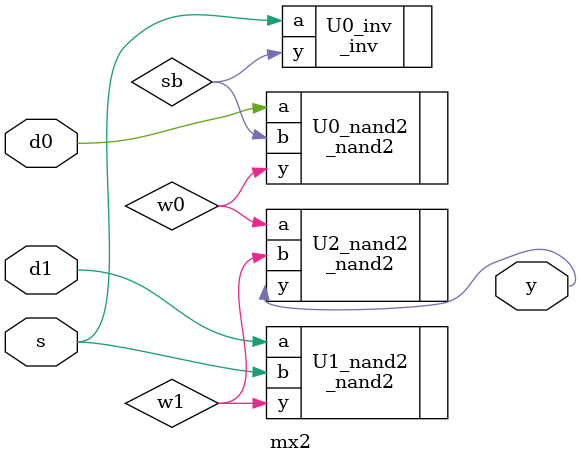
<source format=v>
module mx2(d0, d1, s, y); //1bit 2-to-1 Multiplexer
input d0, d1;
input s;
output y;
wire sb, w0, w1;

_inv U0_inv(.a(s),.y(sb));
_nand2 U0_nand2(.a(d0), .b(sb), .y(w0));
_nand2 U1_nand2(.a(d1), .b(s), .y(w1));
_nand2 U2_nand2(.a(w0), .b(w1), .y(y));
//instances of inverter and nand gate

endmodule 

</source>
